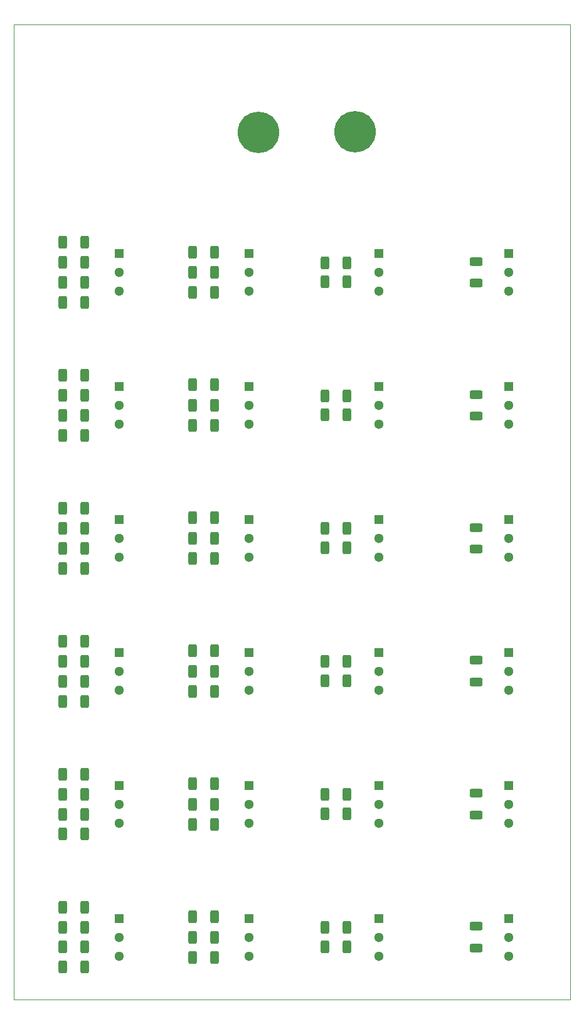
<source format=gbr>
%TF.GenerationSoftware,KiCad,Pcbnew,8.0.2*%
%TF.CreationDate,2024-08-18T00:41:24+05:30*%
%TF.ProjectId,DEC_R_BOX,4445435f-525f-4424-9f58-2e6b69636164,rev?*%
%TF.SameCoordinates,Original*%
%TF.FileFunction,Soldermask,Top*%
%TF.FilePolarity,Negative*%
%FSLAX46Y46*%
G04 Gerber Fmt 4.6, Leading zero omitted, Abs format (unit mm)*
G04 Created by KiCad (PCBNEW 8.0.2) date 2024-08-18 00:41:24*
%MOMM*%
%LPD*%
G01*
G04 APERTURE LIST*
G04 Aperture macros list*
%AMRoundRect*
0 Rectangle with rounded corners*
0 $1 Rounding radius*
0 $2 $3 $4 $5 $6 $7 $8 $9 X,Y pos of 4 corners*
0 Add a 4 corners polygon primitive as box body*
4,1,4,$2,$3,$4,$5,$6,$7,$8,$9,$2,$3,0*
0 Add four circle primitives for the rounded corners*
1,1,$1+$1,$2,$3*
1,1,$1+$1,$4,$5*
1,1,$1+$1,$6,$7*
1,1,$1+$1,$8,$9*
0 Add four rect primitives between the rounded corners*
20,1,$1+$1,$2,$3,$4,$5,0*
20,1,$1+$1,$4,$5,$6,$7,0*
20,1,$1+$1,$6,$7,$8,$9,0*
20,1,$1+$1,$8,$9,$2,$3,0*%
G04 Aperture macros list end*
%ADD10RoundRect,0.250000X-0.312500X-0.625000X0.312500X-0.625000X0.312500X0.625000X-0.312500X0.625000X0*%
%ADD11R,1.300000X1.300000*%
%ADD12C,1.300000*%
%ADD13RoundRect,0.250000X0.625000X-0.312500X0.625000X0.312500X-0.625000X0.312500X-0.625000X-0.312500X0*%
%ADD14C,5.600000*%
%TA.AperFunction,Profile*%
%ADD15C,0.050000*%
%TD*%
G04 APERTURE END LIST*
D10*
%TO.C,R34*%
X83437500Y-115958400D03*
X86362500Y-115958400D03*
%TD*%
D11*
%TO.C,SW5*%
X108200000Y-78836800D03*
D12*
X108200000Y-81376800D03*
X108200000Y-83916800D03*
%TD*%
D10*
%TO.C,R30*%
X48037500Y-103367600D03*
X50962500Y-103367600D03*
%TD*%
D11*
%TO.C,SW12*%
X55600000Y-96777600D03*
D12*
X55600000Y-99317600D03*
X55600000Y-101857600D03*
%TD*%
D10*
%TO.C,R56*%
X48037500Y-154490000D03*
X50962500Y-154490000D03*
%TD*%
%TO.C,R5*%
X65537500Y-66186000D03*
X68462500Y-66186000D03*
%TD*%
%TO.C,R4*%
X65537500Y-63436000D03*
X68462500Y-63436000D03*
%TD*%
D11*
%TO.C,SW6*%
X90666666Y-78836800D03*
D12*
X90666666Y-81376800D03*
X90666666Y-83916800D03*
%TD*%
D10*
%TO.C,R3*%
X83437500Y-62136000D03*
X86362500Y-62136000D03*
%TD*%
D13*
%TO.C,R17*%
X103800000Y-82839300D03*
X103800000Y-79914300D03*
%TD*%
D10*
%TO.C,R18*%
X83437500Y-82676800D03*
X86362500Y-82676800D03*
%TD*%
%TO.C,R36*%
X48037500Y-118608400D03*
X50962500Y-118608400D03*
%TD*%
%TO.C,R41*%
X48037500Y-131149200D03*
X50962500Y-131149200D03*
%TD*%
%TO.C,R28*%
X83437500Y-100617600D03*
X86362500Y-100617600D03*
%TD*%
%TO.C,R32*%
X65537500Y-114508400D03*
X68462500Y-114508400D03*
%TD*%
%TO.C,R21*%
X48037500Y-95267600D03*
X50962500Y-95267600D03*
%TD*%
%TO.C,R51*%
X48037500Y-149090000D03*
X50962500Y-149090000D03*
%TD*%
%TO.C,R29*%
X65537500Y-102067600D03*
X68462500Y-102067600D03*
%TD*%
D13*
%TO.C,R47*%
X103800000Y-136661700D03*
X103800000Y-133736700D03*
%TD*%
D10*
%TO.C,R60*%
X48037500Y-157190000D03*
X50962500Y-157190000D03*
%TD*%
%TO.C,R38*%
X83437500Y-118558400D03*
X86362500Y-118558400D03*
%TD*%
%TO.C,R25*%
X65537500Y-99317600D03*
X68462500Y-99317600D03*
%TD*%
D11*
%TO.C,SW2*%
X90666666Y-60896000D03*
D12*
X90666666Y-63436000D03*
X90666666Y-65976000D03*
%TD*%
D10*
%TO.C,R40*%
X48037500Y-121308400D03*
X50962500Y-121308400D03*
%TD*%
%TO.C,R12*%
X65537500Y-78626800D03*
X68462500Y-78626800D03*
%TD*%
D13*
%TO.C,R37*%
X103800000Y-118720900D03*
X103800000Y-115795900D03*
%TD*%
D10*
%TO.C,R10*%
X48037500Y-59386000D03*
X50962500Y-59386000D03*
%TD*%
%TO.C,R2*%
X83437500Y-64736000D03*
X86362500Y-64736000D03*
%TD*%
%TO.C,R11*%
X48037500Y-77326800D03*
X50962500Y-77326800D03*
%TD*%
D11*
%TO.C,SW21*%
X108200000Y-150600000D03*
D12*
X108200000Y-153140000D03*
X108200000Y-155680000D03*
%TD*%
D11*
%TO.C,SW8*%
X55600000Y-78836800D03*
D12*
X55600000Y-81376800D03*
X55600000Y-83916800D03*
%TD*%
D11*
%TO.C,SW22*%
X90666666Y-150600000D03*
D12*
X90666666Y-153140000D03*
X90666666Y-155680000D03*
%TD*%
D10*
%TO.C,R35*%
X65537500Y-117258400D03*
X68462500Y-117258400D03*
%TD*%
D11*
%TO.C,SW11*%
X73133333Y-96777600D03*
D12*
X73133333Y-99317600D03*
X73133333Y-101857600D03*
%TD*%
D10*
%TO.C,R48*%
X83437500Y-136499200D03*
X86362500Y-136499200D03*
%TD*%
D11*
%TO.C,SW7*%
X73133333Y-78836800D03*
D12*
X73133333Y-81376800D03*
X73133333Y-83916800D03*
%TD*%
D11*
%TO.C,SW13*%
X108200000Y-114718400D03*
D12*
X108200000Y-117258400D03*
X108200000Y-119798400D03*
%TD*%
D10*
%TO.C,R7*%
X48037500Y-62086000D03*
X50962500Y-62086000D03*
%TD*%
D11*
%TO.C,SW10*%
X90666666Y-96777600D03*
D12*
X90666666Y-99317600D03*
X90666666Y-101857600D03*
%TD*%
D10*
%TO.C,R58*%
X83437500Y-154440000D03*
X86362500Y-154440000D03*
%TD*%
D11*
%TO.C,SW14*%
X90666666Y-114718400D03*
D12*
X90666666Y-117258400D03*
X90666666Y-119798400D03*
%TD*%
D11*
%TO.C,SW15*%
X73133333Y-114718400D03*
D12*
X73133333Y-117258400D03*
X73133333Y-119798400D03*
%TD*%
D10*
%TO.C,R53*%
X48037500Y-151790000D03*
X50962500Y-151790000D03*
%TD*%
%TO.C,R24*%
X83437500Y-98017600D03*
X86362500Y-98017600D03*
%TD*%
%TO.C,R49*%
X65537500Y-137949200D03*
X68462500Y-137949200D03*
%TD*%
D11*
%TO.C,SW4*%
X55600000Y-60896000D03*
D12*
X55600000Y-63436000D03*
X55600000Y-65976000D03*
%TD*%
D11*
%TO.C,SW20*%
X55600000Y-132659200D03*
D12*
X55600000Y-135199200D03*
X55600000Y-137739200D03*
%TD*%
D10*
%TO.C,R13*%
X48037500Y-80026800D03*
X50962500Y-80026800D03*
%TD*%
D11*
%TO.C,SW23*%
X73133333Y-150600000D03*
D12*
X73133333Y-153140000D03*
X73133333Y-155680000D03*
%TD*%
D10*
%TO.C,R45*%
X65537500Y-135199200D03*
X68462500Y-135199200D03*
%TD*%
D13*
%TO.C,R27*%
X103800000Y-100780100D03*
X103800000Y-97855100D03*
%TD*%
D10*
%TO.C,R54*%
X83437500Y-151840000D03*
X86362500Y-151840000D03*
%TD*%
%TO.C,R19*%
X65537500Y-84126800D03*
X68462500Y-84126800D03*
%TD*%
%TO.C,R46*%
X48037500Y-136549200D03*
X50962500Y-136549200D03*
%TD*%
%TO.C,R55*%
X65537500Y-153140000D03*
X68462500Y-153140000D03*
%TD*%
%TO.C,R31*%
X48037500Y-113208400D03*
X50962500Y-113208400D03*
%TD*%
%TO.C,R6*%
X65537500Y-60686000D03*
X68462500Y-60686000D03*
%TD*%
D11*
%TO.C,SW16*%
X55600000Y-114718400D03*
D12*
X55600000Y-117258400D03*
X55600000Y-119798400D03*
%TD*%
D11*
%TO.C,SW3*%
X73133333Y-60896000D03*
D12*
X73133333Y-63436000D03*
X73133333Y-65976000D03*
%TD*%
D10*
%TO.C,R8*%
X48037500Y-64786000D03*
X50962500Y-64786000D03*
%TD*%
D13*
%TO.C,R57*%
X103800000Y-154602500D03*
X103800000Y-151677500D03*
%TD*%
D10*
%TO.C,R44*%
X83437500Y-133899200D03*
X86362500Y-133899200D03*
%TD*%
D11*
%TO.C,SW24*%
X55600000Y-150600000D03*
D12*
X55600000Y-153140000D03*
X55600000Y-155680000D03*
%TD*%
D10*
%TO.C,R43*%
X48037500Y-133849200D03*
X50962500Y-133849200D03*
%TD*%
D11*
%TO.C,SW19*%
X73133333Y-132659200D03*
D12*
X73133333Y-135199200D03*
X73133333Y-137739200D03*
%TD*%
D10*
%TO.C,R14*%
X83437500Y-80076800D03*
X86362500Y-80076800D03*
%TD*%
D11*
%TO.C,SW1*%
X108200000Y-60896000D03*
D12*
X108200000Y-63436000D03*
X108200000Y-65976000D03*
%TD*%
D10*
%TO.C,R26*%
X48037500Y-100667600D03*
X50962500Y-100667600D03*
%TD*%
D11*
%TO.C,SW18*%
X90666666Y-132659200D03*
D12*
X90666666Y-135199200D03*
X90666666Y-137739200D03*
%TD*%
D10*
%TO.C,R59*%
X65537500Y-155890000D03*
X68462500Y-155890000D03*
%TD*%
D14*
%TO.C,J2*%
X87500000Y-44500000D03*
%TD*%
D11*
%TO.C,SW17*%
X108200000Y-132659200D03*
D12*
X108200000Y-135199200D03*
X108200000Y-137739200D03*
%TD*%
D10*
%TO.C,R9*%
X48037500Y-67486000D03*
X50962500Y-67486000D03*
%TD*%
D13*
%TO.C,R1*%
X103800000Y-64898500D03*
X103800000Y-61973500D03*
%TD*%
D11*
%TO.C,SW9*%
X108200000Y-96777600D03*
D12*
X108200000Y-99317600D03*
X108200000Y-101857600D03*
%TD*%
D10*
%TO.C,R16*%
X48037500Y-82726800D03*
X50962500Y-82726800D03*
%TD*%
%TO.C,R22*%
X65537500Y-96567600D03*
X68462500Y-96567600D03*
%TD*%
%TO.C,R50*%
X48037500Y-139249200D03*
X50962500Y-139249200D03*
%TD*%
%TO.C,R20*%
X48037500Y-85426800D03*
X50962500Y-85426800D03*
%TD*%
%TO.C,R42*%
X65537500Y-132449200D03*
X68462500Y-132449200D03*
%TD*%
%TO.C,R33*%
X48037500Y-115908400D03*
X50962500Y-115908400D03*
%TD*%
%TO.C,R15*%
X65537500Y-81376800D03*
X68462500Y-81376800D03*
%TD*%
%TO.C,R52*%
X65537500Y-150390000D03*
X68462500Y-150390000D03*
%TD*%
D14*
%TO.C,J1*%
X74412500Y-44525000D03*
%TD*%
D10*
%TO.C,R39*%
X65537500Y-120008400D03*
X68462500Y-120008400D03*
%TD*%
%TO.C,R23*%
X48037500Y-97967600D03*
X50962500Y-97967600D03*
%TD*%
D15*
X41450000Y-30000000D02*
X116475000Y-30000000D01*
X116475000Y-161550000D01*
X41450000Y-161550000D01*
X41450000Y-30000000D01*
M02*

</source>
